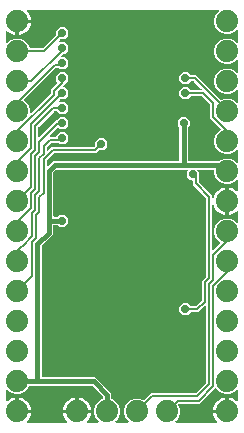
<source format=gbr>
G04 EAGLE Gerber RS-274X export*
G75*
%MOMM*%
%FSLAX34Y34*%
%LPD*%
%INBottom Copper*%
%IPPOS*%
%AMOC8*
5,1,8,0,0,1.08239X$1,22.5*%
G01*
%ADD10C,1.879600*%
%ADD11C,0.706400*%
%ADD12C,0.200000*%
%ADD13C,0.406400*%

G36*
X105340Y1917D02*
X105340Y1917D01*
X105412Y1919D01*
X105461Y1937D01*
X105512Y1945D01*
X105575Y1979D01*
X105643Y2004D01*
X105683Y2036D01*
X105730Y2061D01*
X105779Y2113D01*
X105835Y2157D01*
X105863Y2201D01*
X105899Y2239D01*
X105929Y2304D01*
X105968Y2364D01*
X105981Y2415D01*
X106003Y2462D01*
X106010Y2533D01*
X106028Y2603D01*
X106024Y2655D01*
X106030Y2706D01*
X106014Y2777D01*
X106009Y2848D01*
X105988Y2896D01*
X105977Y2947D01*
X105941Y3008D01*
X105912Y3074D01*
X105868Y3130D01*
X105851Y3158D01*
X105833Y3173D01*
X105808Y3205D01*
X103770Y5243D01*
X102107Y9257D01*
X102107Y13603D01*
X103770Y17617D01*
X106843Y20690D01*
X110857Y22353D01*
X115203Y22353D01*
X118395Y21030D01*
X118509Y21004D01*
X118622Y20975D01*
X118629Y20976D01*
X118635Y20974D01*
X118751Y20985D01*
X118868Y20994D01*
X118873Y20997D01*
X118880Y20997D01*
X118987Y21045D01*
X119094Y21091D01*
X119100Y21095D01*
X119104Y21097D01*
X119118Y21110D01*
X119225Y21195D01*
X122982Y24953D01*
X124684Y26655D01*
X162263Y26655D01*
X162353Y26669D01*
X162444Y26677D01*
X162474Y26689D01*
X162506Y26694D01*
X162586Y26737D01*
X162670Y26773D01*
X162702Y26799D01*
X162723Y26810D01*
X162745Y26833D01*
X162801Y26878D01*
X171036Y35113D01*
X171089Y35187D01*
X171149Y35256D01*
X171161Y35286D01*
X171180Y35313D01*
X171207Y35400D01*
X171241Y35484D01*
X171245Y35525D01*
X171252Y35548D01*
X171251Y35580D01*
X171259Y35651D01*
X171259Y99811D01*
X171248Y99882D01*
X171246Y99953D01*
X171228Y100002D01*
X171220Y100054D01*
X171186Y100117D01*
X171161Y100184D01*
X171129Y100225D01*
X171104Y100271D01*
X171052Y100320D01*
X171008Y100376D01*
X170964Y100405D01*
X170926Y100440D01*
X170861Y100471D01*
X170801Y100509D01*
X170750Y100522D01*
X170703Y100544D01*
X170632Y100552D01*
X170562Y100569D01*
X170510Y100565D01*
X170459Y100571D01*
X170388Y100556D01*
X170317Y100550D01*
X170269Y100530D01*
X170218Y100519D01*
X170157Y100482D01*
X170091Y100454D01*
X170035Y100409D01*
X170007Y100393D01*
X169992Y100375D01*
X169960Y100349D01*
X164876Y95265D01*
X158612Y95265D01*
X158522Y95251D01*
X158431Y95243D01*
X158401Y95231D01*
X158369Y95226D01*
X158288Y95183D01*
X158205Y95147D01*
X158172Y95121D01*
X158152Y95110D01*
X158130Y95087D01*
X158074Y95042D01*
X155765Y92733D01*
X151575Y92733D01*
X148613Y95695D01*
X148613Y99885D01*
X151575Y102847D01*
X155765Y102847D01*
X158074Y100538D01*
X158148Y100485D01*
X158217Y100425D01*
X158247Y100413D01*
X158273Y100394D01*
X158360Y100367D01*
X158445Y100333D01*
X158486Y100329D01*
X158508Y100322D01*
X158541Y100323D01*
X158612Y100315D01*
X162469Y100315D01*
X162559Y100329D01*
X162650Y100337D01*
X162680Y100349D01*
X162712Y100354D01*
X162792Y100397D01*
X162876Y100433D01*
X162908Y100459D01*
X162929Y100470D01*
X162951Y100493D01*
X163007Y100538D01*
X167512Y105043D01*
X167565Y105117D01*
X167625Y105186D01*
X167637Y105216D01*
X167656Y105243D01*
X167683Y105330D01*
X167717Y105414D01*
X167721Y105455D01*
X167728Y105478D01*
X167727Y105510D01*
X167735Y105581D01*
X167735Y121934D01*
X171036Y125235D01*
X171089Y125309D01*
X171149Y125378D01*
X171161Y125408D01*
X171180Y125434D01*
X171207Y125521D01*
X171241Y125606D01*
X171245Y125647D01*
X171252Y125669D01*
X171251Y125702D01*
X171259Y125773D01*
X171259Y191885D01*
X171245Y191975D01*
X171237Y192066D01*
X171225Y192096D01*
X171220Y192128D01*
X171177Y192208D01*
X171141Y192292D01*
X171115Y192324D01*
X171104Y192345D01*
X171081Y192367D01*
X171036Y192423D01*
X160035Y203424D01*
X160035Y206272D01*
X160032Y206292D01*
X160034Y206311D01*
X160012Y206413D01*
X159996Y206515D01*
X159986Y206532D01*
X159982Y206552D01*
X159929Y206641D01*
X159880Y206732D01*
X159866Y206746D01*
X159856Y206763D01*
X159777Y206830D01*
X159702Y206902D01*
X159684Y206910D01*
X159669Y206923D01*
X159573Y206962D01*
X159479Y207005D01*
X159459Y207007D01*
X159441Y207015D01*
X159274Y207033D01*
X157925Y207033D01*
X154963Y209995D01*
X154963Y214185D01*
X155632Y214854D01*
X155674Y214912D01*
X155724Y214964D01*
X155746Y215011D01*
X155776Y215053D01*
X155797Y215122D01*
X155827Y215187D01*
X155833Y215239D01*
X155848Y215289D01*
X155846Y215360D01*
X155854Y215431D01*
X155843Y215482D01*
X155842Y215534D01*
X155817Y215602D01*
X155802Y215672D01*
X155775Y215717D01*
X155758Y215765D01*
X155713Y215821D01*
X155676Y215883D01*
X155636Y215917D01*
X155604Y215957D01*
X155544Y215996D01*
X155489Y216043D01*
X155441Y216062D01*
X155397Y216090D01*
X155327Y216108D01*
X155261Y216135D01*
X155190Y216143D01*
X155158Y216151D01*
X155135Y216149D01*
X155094Y216153D01*
X44969Y216153D01*
X44878Y216139D01*
X44788Y216131D01*
X44758Y216119D01*
X44726Y216114D01*
X44645Y216071D01*
X44561Y216035D01*
X44529Y216009D01*
X44508Y215998D01*
X44486Y215975D01*
X44430Y215930D01*
X42260Y213760D01*
X42207Y213686D01*
X42147Y213616D01*
X42135Y213586D01*
X42116Y213560D01*
X42089Y213473D01*
X42055Y213388D01*
X42051Y213347D01*
X42044Y213325D01*
X42045Y213293D01*
X42037Y213221D01*
X42037Y177038D01*
X42040Y177018D01*
X42038Y176999D01*
X42060Y176897D01*
X42076Y176795D01*
X42086Y176778D01*
X42090Y176758D01*
X42143Y176669D01*
X42192Y176578D01*
X42206Y176564D01*
X42216Y176547D01*
X42295Y176480D01*
X42370Y176408D01*
X42388Y176400D01*
X42403Y176387D01*
X42499Y176348D01*
X42593Y176305D01*
X42613Y176303D01*
X42631Y176295D01*
X42798Y176277D01*
X45620Y176277D01*
X45710Y176291D01*
X45801Y176299D01*
X45831Y176311D01*
X45863Y176316D01*
X45944Y176359D01*
X46027Y176395D01*
X46060Y176421D01*
X46080Y176432D01*
X46102Y176455D01*
X46158Y176500D01*
X47435Y177777D01*
X51625Y177777D01*
X54587Y174815D01*
X54587Y170625D01*
X51625Y167663D01*
X47435Y167663D01*
X46158Y168940D01*
X46084Y168993D01*
X46015Y169053D01*
X45985Y169065D01*
X45959Y169084D01*
X45872Y169111D01*
X45787Y169145D01*
X45746Y169149D01*
X45724Y169156D01*
X45691Y169155D01*
X45620Y169163D01*
X42798Y169163D01*
X42778Y169160D01*
X42759Y169162D01*
X42657Y169140D01*
X42555Y169124D01*
X42538Y169114D01*
X42518Y169110D01*
X42429Y169057D01*
X42338Y169008D01*
X42324Y168994D01*
X42307Y168984D01*
X42240Y168905D01*
X42168Y168830D01*
X42160Y168812D01*
X42147Y168797D01*
X42108Y168701D01*
X42065Y168607D01*
X42063Y168587D01*
X42055Y168569D01*
X42037Y168402D01*
X42037Y161119D01*
X39730Y158813D01*
X32466Y151548D01*
X32413Y151474D01*
X32353Y151405D01*
X32341Y151375D01*
X32322Y151349D01*
X32295Y151262D01*
X32261Y151177D01*
X32257Y151136D01*
X32250Y151114D01*
X32251Y151081D01*
X32243Y151010D01*
X32243Y41148D01*
X32246Y41128D01*
X32244Y41109D01*
X32266Y41007D01*
X32282Y40905D01*
X32292Y40888D01*
X32296Y40868D01*
X32349Y40779D01*
X32398Y40688D01*
X32412Y40674D01*
X32422Y40657D01*
X32501Y40590D01*
X32576Y40518D01*
X32594Y40510D01*
X32609Y40497D01*
X32705Y40458D01*
X32799Y40415D01*
X32819Y40413D01*
X32837Y40405D01*
X33004Y40387D01*
X77673Y40387D01*
X91187Y26873D01*
X91187Y22288D01*
X91206Y22173D01*
X91223Y22057D01*
X91225Y22052D01*
X91226Y22045D01*
X91281Y21943D01*
X91334Y21838D01*
X91339Y21833D01*
X91342Y21828D01*
X91426Y21748D01*
X91510Y21666D01*
X91516Y21662D01*
X91520Y21659D01*
X91537Y21651D01*
X91657Y21585D01*
X93817Y20690D01*
X96890Y17617D01*
X98553Y13603D01*
X98553Y9257D01*
X96890Y5243D01*
X94852Y3205D01*
X94810Y3147D01*
X94761Y3095D01*
X94739Y3048D01*
X94709Y3006D01*
X94688Y2937D01*
X94657Y2872D01*
X94652Y2820D01*
X94636Y2770D01*
X94638Y2699D01*
X94630Y2628D01*
X94641Y2577D01*
X94643Y2525D01*
X94667Y2457D01*
X94683Y2387D01*
X94709Y2342D01*
X94727Y2294D01*
X94772Y2238D01*
X94809Y2176D01*
X94848Y2142D01*
X94881Y2102D01*
X94941Y2063D01*
X94996Y2016D01*
X95044Y1997D01*
X95088Y1969D01*
X95157Y1951D01*
X95224Y1924D01*
X95295Y1916D01*
X95326Y1908D01*
X95350Y1910D01*
X95391Y1906D01*
X105269Y1906D01*
X105340Y1917D01*
G37*
G36*
X37320Y219102D02*
X37320Y219102D01*
X37391Y219107D01*
X37439Y219127D01*
X37490Y219139D01*
X37551Y219175D01*
X37617Y219203D01*
X37673Y219248D01*
X37701Y219265D01*
X37716Y219283D01*
X37748Y219308D01*
X39400Y220960D01*
X41707Y223267D01*
X148082Y223267D01*
X148102Y223270D01*
X148121Y223268D01*
X148223Y223290D01*
X148325Y223306D01*
X148342Y223316D01*
X148362Y223320D01*
X148451Y223373D01*
X148542Y223422D01*
X148556Y223436D01*
X148573Y223446D01*
X148640Y223525D01*
X148712Y223600D01*
X148720Y223618D01*
X148733Y223633D01*
X148772Y223729D01*
X148815Y223823D01*
X148817Y223843D01*
X148825Y223861D01*
X148843Y224028D01*
X148843Y251360D01*
X148829Y251450D01*
X148821Y251541D01*
X148809Y251571D01*
X148804Y251603D01*
X148761Y251684D01*
X148725Y251767D01*
X148699Y251800D01*
X148688Y251820D01*
X148665Y251842D01*
X148620Y251898D01*
X147343Y253175D01*
X147343Y257365D01*
X150305Y260327D01*
X154495Y260327D01*
X157457Y257365D01*
X157457Y253175D01*
X156180Y251898D01*
X156127Y251824D01*
X156067Y251755D01*
X156055Y251725D01*
X156036Y251699D01*
X156009Y251612D01*
X155975Y251527D01*
X155971Y251486D01*
X155964Y251464D01*
X155965Y251431D01*
X155957Y251360D01*
X155957Y224028D01*
X155960Y224008D01*
X155958Y223989D01*
X155980Y223887D01*
X155996Y223785D01*
X156006Y223768D01*
X156010Y223748D01*
X156063Y223659D01*
X156112Y223568D01*
X156126Y223554D01*
X156136Y223537D01*
X156215Y223470D01*
X156290Y223398D01*
X156308Y223390D01*
X156323Y223377D01*
X156419Y223338D01*
X156513Y223295D01*
X156533Y223293D01*
X156551Y223285D01*
X156718Y223267D01*
X182104Y223267D01*
X182194Y223281D01*
X182285Y223289D01*
X182315Y223301D01*
X182347Y223306D01*
X182428Y223349D01*
X182512Y223385D01*
X182544Y223411D01*
X182564Y223422D01*
X182587Y223445D01*
X182643Y223490D01*
X183043Y223890D01*
X187057Y225553D01*
X191403Y225553D01*
X195417Y223890D01*
X197455Y221852D01*
X197513Y221810D01*
X197565Y221761D01*
X197612Y221739D01*
X197654Y221709D01*
X197723Y221688D01*
X197788Y221657D01*
X197840Y221652D01*
X197890Y221636D01*
X197961Y221638D01*
X198032Y221630D01*
X198083Y221641D01*
X198135Y221643D01*
X198203Y221667D01*
X198273Y221683D01*
X198318Y221709D01*
X198366Y221727D01*
X198422Y221772D01*
X198484Y221809D01*
X198518Y221848D01*
X198558Y221881D01*
X198597Y221941D01*
X198644Y221996D01*
X198663Y222044D01*
X198691Y222088D01*
X198709Y222157D01*
X198736Y222224D01*
X198744Y222295D01*
X198752Y222326D01*
X198750Y222350D01*
X198754Y222391D01*
X198754Y232269D01*
X198743Y232340D01*
X198741Y232412D01*
X198723Y232461D01*
X198715Y232512D01*
X198681Y232575D01*
X198656Y232643D01*
X198624Y232683D01*
X198599Y232730D01*
X198547Y232779D01*
X198503Y232835D01*
X198459Y232863D01*
X198421Y232899D01*
X198356Y232929D01*
X198296Y232968D01*
X198245Y232981D01*
X198198Y233003D01*
X198127Y233010D01*
X198057Y233028D01*
X198005Y233024D01*
X197954Y233030D01*
X197883Y233014D01*
X197812Y233009D01*
X197764Y232988D01*
X197713Y232977D01*
X197652Y232941D01*
X197586Y232912D01*
X197530Y232868D01*
X197502Y232851D01*
X197487Y232833D01*
X197455Y232808D01*
X195417Y230770D01*
X191403Y229107D01*
X187057Y229107D01*
X183043Y230770D01*
X179970Y233843D01*
X178307Y237857D01*
X178307Y242203D01*
X179970Y246217D01*
X183043Y249290D01*
X183331Y249409D01*
X183370Y249434D01*
X183413Y249449D01*
X183474Y249498D01*
X183540Y249539D01*
X183570Y249574D01*
X183605Y249603D01*
X183648Y249668D01*
X183697Y249728D01*
X183714Y249771D01*
X183738Y249810D01*
X183757Y249885D01*
X183785Y249958D01*
X183787Y250004D01*
X183799Y250048D01*
X183792Y250126D01*
X183796Y250204D01*
X183783Y250248D01*
X183779Y250294D01*
X183749Y250365D01*
X183727Y250440D01*
X183701Y250478D01*
X183683Y250520D01*
X183598Y250627D01*
X183587Y250642D01*
X183583Y250645D01*
X183578Y250651D01*
X174783Y259446D01*
X174783Y270911D01*
X174769Y271001D01*
X174761Y271092D01*
X174749Y271122D01*
X174744Y271154D01*
X174701Y271234D01*
X174665Y271318D01*
X174639Y271350D01*
X174628Y271371D01*
X174605Y271393D01*
X174560Y271449D01*
X168087Y277922D01*
X168013Y277975D01*
X167944Y278035D01*
X167914Y278047D01*
X167887Y278066D01*
X167800Y278093D01*
X167716Y278127D01*
X167675Y278131D01*
X167652Y278138D01*
X167620Y278137D01*
X167549Y278145D01*
X158612Y278145D01*
X158522Y278131D01*
X158431Y278123D01*
X158401Y278111D01*
X158369Y278106D01*
X158288Y278063D01*
X158205Y278027D01*
X158172Y278001D01*
X158152Y277990D01*
X158130Y277967D01*
X158074Y277922D01*
X155765Y275613D01*
X151575Y275613D01*
X148613Y278575D01*
X148613Y282765D01*
X151575Y285727D01*
X155765Y285727D01*
X158074Y283418D01*
X158148Y283365D01*
X158217Y283305D01*
X158247Y283293D01*
X158273Y283274D01*
X158360Y283247D01*
X158445Y283213D01*
X158486Y283209D01*
X158508Y283202D01*
X158541Y283203D01*
X158612Y283195D01*
X166977Y283195D01*
X167047Y283206D01*
X167119Y283208D01*
X167168Y283226D01*
X167219Y283234D01*
X167283Y283268D01*
X167350Y283293D01*
X167391Y283325D01*
X167437Y283350D01*
X167486Y283402D01*
X167542Y283446D01*
X167570Y283490D01*
X167606Y283528D01*
X167636Y283593D01*
X167675Y283653D01*
X167688Y283704D01*
X167710Y283751D01*
X167718Y283822D01*
X167735Y283892D01*
X167731Y283944D01*
X167737Y283995D01*
X167722Y284066D01*
X167716Y284137D01*
X167696Y284185D01*
X167685Y284236D01*
X167648Y284297D01*
X167620Y284363D01*
X167575Y284419D01*
X167558Y284447D01*
X167541Y284462D01*
X167515Y284494D01*
X161387Y290622D01*
X161313Y290675D01*
X161243Y290735D01*
X161213Y290747D01*
X161187Y290766D01*
X161100Y290793D01*
X161015Y290827D01*
X160974Y290831D01*
X160952Y290838D01*
X160920Y290837D01*
X160849Y290845D01*
X158612Y290845D01*
X158522Y290831D01*
X158431Y290823D01*
X158401Y290811D01*
X158369Y290806D01*
X158288Y290763D01*
X158205Y290727D01*
X158172Y290701D01*
X158152Y290690D01*
X158130Y290667D01*
X158074Y290622D01*
X155765Y288313D01*
X151575Y288313D01*
X148613Y291275D01*
X148613Y295465D01*
X151575Y298427D01*
X155765Y298427D01*
X158074Y296118D01*
X158148Y296065D01*
X158217Y296005D01*
X158247Y295993D01*
X158273Y295974D01*
X158360Y295947D01*
X158445Y295913D01*
X158486Y295909D01*
X158508Y295902D01*
X158541Y295903D01*
X158612Y295895D01*
X163255Y295895D01*
X183685Y275465D01*
X183780Y275397D01*
X183874Y275327D01*
X183880Y275325D01*
X183885Y275321D01*
X183996Y275287D01*
X184108Y275251D01*
X184114Y275251D01*
X184120Y275249D01*
X184237Y275252D01*
X184354Y275253D01*
X184361Y275255D01*
X184366Y275255D01*
X184384Y275262D01*
X184515Y275300D01*
X187057Y276353D01*
X191403Y276353D01*
X195417Y274690D01*
X197455Y272652D01*
X197513Y272610D01*
X197565Y272561D01*
X197612Y272539D01*
X197654Y272509D01*
X197723Y272488D01*
X197788Y272457D01*
X197840Y272452D01*
X197890Y272436D01*
X197961Y272438D01*
X198032Y272430D01*
X198083Y272441D01*
X198135Y272443D01*
X198203Y272467D01*
X198273Y272483D01*
X198318Y272509D01*
X198366Y272527D01*
X198422Y272572D01*
X198484Y272609D01*
X198518Y272648D01*
X198558Y272681D01*
X198597Y272741D01*
X198644Y272796D01*
X198663Y272844D01*
X198691Y272888D01*
X198709Y272957D01*
X198736Y273024D01*
X198744Y273095D01*
X198752Y273126D01*
X198750Y273150D01*
X198754Y273191D01*
X198754Y283069D01*
X198743Y283140D01*
X198741Y283212D01*
X198723Y283261D01*
X198715Y283312D01*
X198681Y283375D01*
X198656Y283443D01*
X198624Y283483D01*
X198599Y283530D01*
X198547Y283579D01*
X198503Y283635D01*
X198459Y283663D01*
X198421Y283699D01*
X198356Y283729D01*
X198296Y283768D01*
X198245Y283781D01*
X198198Y283803D01*
X198127Y283810D01*
X198057Y283828D01*
X198005Y283824D01*
X197954Y283830D01*
X197883Y283814D01*
X197812Y283809D01*
X197764Y283788D01*
X197713Y283777D01*
X197652Y283741D01*
X197586Y283712D01*
X197530Y283668D01*
X197502Y283651D01*
X197487Y283633D01*
X197455Y283608D01*
X195417Y281570D01*
X191403Y279907D01*
X187057Y279907D01*
X183043Y281570D01*
X179970Y284643D01*
X178307Y288657D01*
X178307Y293003D01*
X179970Y297017D01*
X183043Y300090D01*
X187057Y301753D01*
X191403Y301753D01*
X195417Y300090D01*
X197455Y298052D01*
X197513Y298010D01*
X197565Y297961D01*
X197612Y297939D01*
X197654Y297909D01*
X197723Y297888D01*
X197788Y297857D01*
X197840Y297852D01*
X197890Y297836D01*
X197961Y297838D01*
X198032Y297830D01*
X198083Y297841D01*
X198135Y297843D01*
X198203Y297867D01*
X198273Y297883D01*
X198318Y297909D01*
X198366Y297927D01*
X198422Y297972D01*
X198484Y298009D01*
X198518Y298048D01*
X198558Y298081D01*
X198597Y298141D01*
X198644Y298196D01*
X198663Y298244D01*
X198691Y298288D01*
X198709Y298357D01*
X198736Y298424D01*
X198744Y298495D01*
X198752Y298526D01*
X198750Y298550D01*
X198754Y298591D01*
X198754Y308469D01*
X198743Y308540D01*
X198741Y308612D01*
X198723Y308661D01*
X198715Y308712D01*
X198681Y308775D01*
X198656Y308843D01*
X198624Y308883D01*
X198599Y308930D01*
X198547Y308979D01*
X198503Y309035D01*
X198459Y309063D01*
X198421Y309099D01*
X198356Y309129D01*
X198296Y309168D01*
X198245Y309181D01*
X198198Y309203D01*
X198127Y309210D01*
X198057Y309228D01*
X198005Y309224D01*
X197954Y309230D01*
X197883Y309214D01*
X197812Y309209D01*
X197764Y309188D01*
X197713Y309177D01*
X197652Y309141D01*
X197586Y309112D01*
X197530Y309068D01*
X197502Y309051D01*
X197487Y309033D01*
X197455Y309008D01*
X195417Y306970D01*
X191403Y305307D01*
X187057Y305307D01*
X183043Y306970D01*
X179970Y310043D01*
X178307Y314057D01*
X178307Y318403D01*
X179970Y322417D01*
X183043Y325490D01*
X187057Y327153D01*
X191403Y327153D01*
X195417Y325490D01*
X197455Y323452D01*
X197513Y323410D01*
X197565Y323361D01*
X197612Y323339D01*
X197654Y323309D01*
X197723Y323288D01*
X197788Y323257D01*
X197840Y323252D01*
X197890Y323236D01*
X197961Y323238D01*
X198032Y323230D01*
X198083Y323241D01*
X198135Y323243D01*
X198203Y323267D01*
X198273Y323283D01*
X198318Y323309D01*
X198366Y323327D01*
X198422Y323372D01*
X198484Y323409D01*
X198518Y323448D01*
X198558Y323481D01*
X198597Y323541D01*
X198644Y323596D01*
X198663Y323644D01*
X198691Y323688D01*
X198709Y323757D01*
X198736Y323824D01*
X198744Y323895D01*
X198752Y323926D01*
X198750Y323950D01*
X198754Y323991D01*
X198754Y333869D01*
X198743Y333940D01*
X198741Y334012D01*
X198723Y334061D01*
X198715Y334112D01*
X198681Y334175D01*
X198656Y334243D01*
X198624Y334283D01*
X198599Y334330D01*
X198547Y334379D01*
X198503Y334435D01*
X198459Y334463D01*
X198421Y334499D01*
X198356Y334529D01*
X198296Y334568D01*
X198245Y334581D01*
X198198Y334603D01*
X198127Y334610D01*
X198057Y334628D01*
X198005Y334624D01*
X197954Y334630D01*
X197883Y334614D01*
X197812Y334609D01*
X197764Y334588D01*
X197713Y334577D01*
X197652Y334541D01*
X197586Y334512D01*
X197530Y334468D01*
X197502Y334451D01*
X197487Y334433D01*
X197455Y334408D01*
X195417Y332370D01*
X191403Y330707D01*
X187057Y330707D01*
X183043Y332370D01*
X179970Y335443D01*
X178307Y339457D01*
X178307Y343803D01*
X179970Y347817D01*
X182008Y349855D01*
X182050Y349913D01*
X182099Y349965D01*
X182121Y350012D01*
X182151Y350054D01*
X182172Y350123D01*
X182203Y350188D01*
X182208Y350240D01*
X182224Y350290D01*
X182222Y350361D01*
X182230Y350432D01*
X182219Y350483D01*
X182217Y350535D01*
X182193Y350603D01*
X182177Y350673D01*
X182151Y350718D01*
X182133Y350766D01*
X182088Y350822D01*
X182051Y350884D01*
X182012Y350918D01*
X181979Y350958D01*
X181919Y350997D01*
X181864Y351044D01*
X181816Y351063D01*
X181772Y351091D01*
X181703Y351109D01*
X181636Y351136D01*
X181565Y351144D01*
X181534Y351152D01*
X181510Y351150D01*
X181469Y351154D01*
X20627Y351154D01*
X20557Y351143D01*
X20485Y351141D01*
X20436Y351123D01*
X20385Y351115D01*
X20321Y351081D01*
X20254Y351056D01*
X20213Y351024D01*
X20167Y350999D01*
X20118Y350947D01*
X20062Y350903D01*
X20034Y350859D01*
X19998Y350821D01*
X19968Y350756D01*
X19929Y350696D01*
X19916Y350645D01*
X19894Y350598D01*
X19886Y350527D01*
X19869Y350457D01*
X19873Y350405D01*
X19867Y350354D01*
X19882Y350283D01*
X19888Y350212D01*
X19908Y350164D01*
X19919Y350113D01*
X19956Y350052D01*
X19984Y349986D01*
X20029Y349930D01*
X20046Y349902D01*
X20063Y349887D01*
X20089Y349855D01*
X20536Y349408D01*
X21641Y347887D01*
X22494Y346213D01*
X23075Y344426D01*
X23276Y343153D01*
X12192Y343153D01*
X12172Y343150D01*
X12153Y343152D01*
X12051Y343130D01*
X11949Y343113D01*
X11932Y343104D01*
X11912Y343100D01*
X11823Y343047D01*
X11732Y342998D01*
X11718Y342984D01*
X11701Y342974D01*
X11634Y342895D01*
X11563Y342820D01*
X11554Y342802D01*
X11541Y342787D01*
X11503Y342691D01*
X11459Y342597D01*
X11457Y342577D01*
X11449Y342559D01*
X11431Y342392D01*
X11431Y341629D01*
X10668Y341629D01*
X10648Y341626D01*
X10629Y341628D01*
X10527Y341606D01*
X10425Y341589D01*
X10408Y341580D01*
X10388Y341576D01*
X10299Y341523D01*
X10208Y341474D01*
X10194Y341460D01*
X10177Y341450D01*
X10110Y341371D01*
X10039Y341296D01*
X10030Y341278D01*
X10017Y341263D01*
X9978Y341167D01*
X9935Y341073D01*
X9933Y341053D01*
X9925Y341035D01*
X9907Y340868D01*
X9907Y329784D01*
X8634Y329985D01*
X6847Y330566D01*
X5173Y331419D01*
X3652Y332524D01*
X3205Y332971D01*
X3147Y333013D01*
X3095Y333062D01*
X3048Y333084D01*
X3006Y333114D01*
X2937Y333135D01*
X2872Y333166D01*
X2820Y333171D01*
X2770Y333187D01*
X2699Y333185D01*
X2628Y333193D01*
X2577Y333182D01*
X2525Y333180D01*
X2457Y333156D01*
X2387Y333141D01*
X2342Y333114D01*
X2294Y333096D01*
X2238Y333051D01*
X2176Y333014D01*
X2142Y332975D01*
X2102Y332942D01*
X2063Y332882D01*
X2016Y332827D01*
X1997Y332779D01*
X1969Y332735D01*
X1951Y332666D01*
X1924Y332599D01*
X1916Y332528D01*
X1908Y332497D01*
X1910Y332473D01*
X1906Y332433D01*
X1906Y323991D01*
X1917Y323920D01*
X1919Y323848D01*
X1937Y323799D01*
X1945Y323748D01*
X1979Y323685D01*
X2004Y323617D01*
X2036Y323577D01*
X2061Y323530D01*
X2113Y323481D01*
X2157Y323425D01*
X2201Y323397D01*
X2239Y323361D01*
X2304Y323331D01*
X2364Y323292D01*
X2415Y323279D01*
X2462Y323257D01*
X2533Y323250D01*
X2603Y323232D01*
X2655Y323236D01*
X2706Y323230D01*
X2777Y323246D01*
X2848Y323251D01*
X2896Y323272D01*
X2947Y323283D01*
X3008Y323319D01*
X3074Y323348D01*
X3130Y323392D01*
X3158Y323409D01*
X3173Y323427D01*
X3205Y323452D01*
X5243Y325490D01*
X9257Y327153D01*
X13603Y327153D01*
X17617Y325490D01*
X20690Y322417D01*
X22012Y319225D01*
X22074Y319125D01*
X22134Y319025D01*
X22139Y319021D01*
X22142Y319016D01*
X22232Y318941D01*
X22321Y318865D01*
X22327Y318863D01*
X22331Y318859D01*
X22440Y318817D01*
X22549Y318773D01*
X22556Y318772D01*
X22561Y318771D01*
X22579Y318770D01*
X22716Y318755D01*
X32929Y318755D01*
X33019Y318769D01*
X33110Y318777D01*
X33140Y318789D01*
X33172Y318794D01*
X33252Y318837D01*
X33336Y318873D01*
X33368Y318899D01*
X33389Y318910D01*
X33411Y318933D01*
X33467Y318978D01*
X44250Y329761D01*
X44303Y329835D01*
X44363Y329904D01*
X44375Y329934D01*
X44394Y329961D01*
X44421Y330048D01*
X44455Y330132D01*
X44459Y330173D01*
X44466Y330196D01*
X44465Y330228D01*
X44473Y330299D01*
X44473Y333565D01*
X47435Y336527D01*
X51625Y336527D01*
X54587Y333565D01*
X54587Y329375D01*
X51625Y326413D01*
X48359Y326413D01*
X48269Y326399D01*
X48178Y326391D01*
X48148Y326379D01*
X48116Y326374D01*
X48036Y326331D01*
X47952Y326295D01*
X47920Y326269D01*
X47899Y326258D01*
X47877Y326235D01*
X47821Y326190D01*
X46757Y325126D01*
X46715Y325068D01*
X46666Y325016D01*
X46644Y324969D01*
X46613Y324927D01*
X46592Y324858D01*
X46562Y324793D01*
X46556Y324741D01*
X46541Y324691D01*
X46543Y324620D01*
X46535Y324549D01*
X46546Y324498D01*
X46547Y324446D01*
X46572Y324378D01*
X46587Y324308D01*
X46614Y324263D01*
X46632Y324215D01*
X46677Y324159D01*
X46713Y324097D01*
X46753Y324063D01*
X46785Y324023D01*
X46846Y323984D01*
X46900Y323937D01*
X46949Y323918D01*
X46992Y323890D01*
X47062Y323872D01*
X47128Y323845D01*
X47200Y323837D01*
X47231Y323829D01*
X47254Y323831D01*
X47295Y323827D01*
X51625Y323827D01*
X54587Y320865D01*
X54587Y316675D01*
X51625Y313713D01*
X50201Y313713D01*
X50111Y313699D01*
X50020Y313691D01*
X49990Y313679D01*
X49958Y313674D01*
X49878Y313631D01*
X49794Y313595D01*
X49762Y313569D01*
X49741Y313558D01*
X49719Y313535D01*
X49663Y313490D01*
X48599Y312426D01*
X48557Y312368D01*
X48508Y312316D01*
X48486Y312269D01*
X48455Y312227D01*
X48434Y312158D01*
X48404Y312093D01*
X48398Y312041D01*
X48383Y311991D01*
X48385Y311920D01*
X48377Y311849D01*
X48388Y311798D01*
X48389Y311746D01*
X48414Y311678D01*
X48429Y311608D01*
X48456Y311563D01*
X48474Y311515D01*
X48519Y311459D01*
X48555Y311397D01*
X48595Y311363D01*
X48627Y311323D01*
X48688Y311284D01*
X48742Y311237D01*
X48791Y311218D01*
X48834Y311190D01*
X48904Y311172D01*
X48970Y311145D01*
X49042Y311137D01*
X49073Y311129D01*
X49096Y311131D01*
X49137Y311127D01*
X51625Y311127D01*
X54587Y308165D01*
X54587Y303975D01*
X51625Y301013D01*
X47435Y301013D01*
X46396Y302052D01*
X46322Y302105D01*
X46253Y302165D01*
X46223Y302177D01*
X46197Y302196D01*
X46110Y302223D01*
X46025Y302257D01*
X45984Y302261D01*
X45962Y302268D01*
X45929Y302267D01*
X45858Y302275D01*
X44541Y302275D01*
X44451Y302261D01*
X44360Y302253D01*
X44330Y302241D01*
X44298Y302236D01*
X44218Y302193D01*
X44134Y302157D01*
X44102Y302131D01*
X44081Y302120D01*
X44059Y302097D01*
X44003Y302052D01*
X17667Y275717D01*
X17655Y275700D01*
X17640Y275688D01*
X17610Y275641D01*
X17592Y275623D01*
X17578Y275593D01*
X17524Y275517D01*
X17518Y275498D01*
X17507Y275481D01*
X17482Y275380D01*
X17451Y275282D01*
X17452Y275262D01*
X17447Y275242D01*
X17455Y275140D01*
X17458Y275036D01*
X17464Y275017D01*
X17466Y274997D01*
X17506Y274902D01*
X17542Y274805D01*
X17554Y274789D01*
X17562Y274771D01*
X17667Y274640D01*
X20690Y271617D01*
X22353Y267603D01*
X22353Y264901D01*
X22364Y264830D01*
X22366Y264758D01*
X22384Y264709D01*
X22392Y264658D01*
X22426Y264595D01*
X22451Y264527D01*
X22483Y264487D01*
X22508Y264441D01*
X22560Y264391D01*
X22604Y264335D01*
X22648Y264307D01*
X22686Y264271D01*
X22751Y264241D01*
X22811Y264202D01*
X22862Y264190D01*
X22909Y264168D01*
X22980Y264160D01*
X23050Y264142D01*
X23102Y264146D01*
X23153Y264141D01*
X23224Y264156D01*
X23295Y264161D01*
X23343Y264182D01*
X23394Y264193D01*
X23455Y264230D01*
X23521Y264258D01*
X23577Y264302D01*
X23605Y264319D01*
X23620Y264337D01*
X23652Y264362D01*
X39654Y280365D01*
X39707Y280438D01*
X39767Y280508D01*
X39779Y280538D01*
X39798Y280564D01*
X39825Y280651D01*
X39859Y280736D01*
X39863Y280777D01*
X39870Y280799D01*
X39869Y280832D01*
X39877Y280903D01*
X39877Y283574D01*
X45488Y289184D01*
X45499Y289201D01*
X45515Y289213D01*
X45571Y289300D01*
X45631Y289384D01*
X45637Y289403D01*
X45648Y289420D01*
X45673Y289520D01*
X45704Y289619D01*
X45703Y289639D01*
X45708Y289659D01*
X45700Y289761D01*
X45697Y289865D01*
X45690Y289884D01*
X45689Y289904D01*
X45648Y289999D01*
X45613Y290096D01*
X45600Y290112D01*
X45593Y290130D01*
X45488Y290261D01*
X44473Y291275D01*
X44473Y295465D01*
X47435Y298427D01*
X51625Y298427D01*
X54587Y295465D01*
X54587Y291275D01*
X52278Y288966D01*
X52225Y288892D01*
X52165Y288823D01*
X52153Y288793D01*
X52134Y288767D01*
X52107Y288680D01*
X52096Y288652D01*
X50471Y287026D01*
X50429Y286968D01*
X50379Y286916D01*
X50357Y286869D01*
X50327Y286827D01*
X50306Y286758D01*
X50276Y286693D01*
X50270Y286641D01*
X50255Y286591D01*
X50256Y286520D01*
X50249Y286449D01*
X50260Y286398D01*
X50261Y286346D01*
X50286Y286278D01*
X50301Y286208D01*
X50328Y286163D01*
X50345Y286115D01*
X50390Y286059D01*
X50427Y285997D01*
X50467Y285963D01*
X50499Y285923D01*
X50559Y285884D01*
X50614Y285837D01*
X50662Y285818D01*
X50706Y285790D01*
X50776Y285772D01*
X50842Y285745D01*
X50913Y285737D01*
X50945Y285729D01*
X50968Y285731D01*
X51009Y285727D01*
X51625Y285727D01*
X54587Y282765D01*
X54587Y278575D01*
X51625Y275613D01*
X48359Y275613D01*
X48269Y275599D01*
X48178Y275591D01*
X48148Y275579D01*
X48116Y275574D01*
X48036Y275531D01*
X47952Y275495D01*
X47920Y275469D01*
X47899Y275458D01*
X47877Y275435D01*
X47821Y275390D01*
X46757Y274326D01*
X46715Y274268D01*
X46666Y274216D01*
X46644Y274169D01*
X46613Y274127D01*
X46592Y274058D01*
X46562Y273993D01*
X46556Y273941D01*
X46541Y273891D01*
X46543Y273820D01*
X46535Y273749D01*
X46546Y273698D01*
X46547Y273646D01*
X46572Y273578D01*
X46587Y273508D01*
X46614Y273463D01*
X46632Y273415D01*
X46677Y273359D01*
X46713Y273297D01*
X46753Y273263D01*
X46785Y273223D01*
X46846Y273184D01*
X46900Y273137D01*
X46949Y273118D01*
X46992Y273090D01*
X47062Y273072D01*
X47128Y273045D01*
X47200Y273037D01*
X47231Y273029D01*
X47254Y273031D01*
X47295Y273027D01*
X51625Y273027D01*
X54587Y270065D01*
X54587Y265875D01*
X51625Y262913D01*
X47435Y262913D01*
X45126Y265222D01*
X45052Y265275D01*
X44983Y265335D01*
X44953Y265347D01*
X44927Y265366D01*
X44840Y265393D01*
X44755Y265427D01*
X44714Y265431D01*
X44692Y265438D01*
X44659Y265437D01*
X44588Y265445D01*
X43271Y265445D01*
X43181Y265431D01*
X43090Y265423D01*
X43060Y265411D01*
X43028Y265406D01*
X42948Y265363D01*
X42864Y265327D01*
X42832Y265301D01*
X42811Y265290D01*
X42789Y265267D01*
X42733Y265222D01*
X29624Y252113D01*
X29579Y252050D01*
X29553Y252024D01*
X29549Y252013D01*
X29511Y251970D01*
X29499Y251940D01*
X29480Y251913D01*
X29453Y251826D01*
X29419Y251742D01*
X29415Y251701D01*
X29408Y251678D01*
X29409Y251646D01*
X29401Y251575D01*
X29401Y244359D01*
X29412Y244288D01*
X29414Y244217D01*
X29432Y244168D01*
X29440Y244116D01*
X29474Y244053D01*
X29499Y243986D01*
X29531Y243945D01*
X29556Y243899D01*
X29608Y243850D01*
X29652Y243794D01*
X29696Y243765D01*
X29734Y243730D01*
X29799Y243699D01*
X29859Y243661D01*
X29910Y243648D01*
X29957Y243626D01*
X30028Y243618D01*
X30098Y243601D01*
X30150Y243605D01*
X30201Y243599D01*
X30272Y243614D01*
X30343Y243620D01*
X30391Y243640D01*
X30442Y243651D01*
X30503Y243688D01*
X30569Y243716D01*
X30625Y243761D01*
X30653Y243777D01*
X30668Y243795D01*
X30700Y243821D01*
X44690Y257810D01*
X44769Y257817D01*
X44799Y257829D01*
X44831Y257834D01*
X44912Y257877D01*
X44995Y257913D01*
X45028Y257939D01*
X45048Y257950D01*
X45070Y257973D01*
X45126Y258018D01*
X47435Y260327D01*
X51625Y260327D01*
X54587Y257365D01*
X54587Y253175D01*
X51625Y250213D01*
X47435Y250213D01*
X46373Y251276D01*
X46357Y251287D01*
X46344Y251303D01*
X46257Y251359D01*
X46173Y251419D01*
X46154Y251425D01*
X46137Y251436D01*
X46037Y251461D01*
X45938Y251492D01*
X45918Y251491D01*
X45899Y251496D01*
X45796Y251488D01*
X45692Y251485D01*
X45673Y251478D01*
X45654Y251477D01*
X45559Y251437D01*
X45461Y251401D01*
X45446Y251388D01*
X45427Y251381D01*
X45296Y251276D01*
X39145Y245124D01*
X39103Y245066D01*
X39054Y245014D01*
X39032Y244967D01*
X39001Y244925D01*
X38980Y244856D01*
X38950Y244791D01*
X38944Y244739D01*
X38929Y244689D01*
X38931Y244618D01*
X38923Y244547D01*
X38934Y244496D01*
X38935Y244444D01*
X38960Y244376D01*
X38975Y244306D01*
X39002Y244262D01*
X39020Y244213D01*
X39065Y244157D01*
X39101Y244095D01*
X39141Y244061D01*
X39173Y244021D01*
X39234Y243982D01*
X39288Y243935D01*
X39337Y243916D01*
X39380Y243888D01*
X39450Y243870D01*
X39516Y243843D01*
X39588Y243835D01*
X39619Y243827D01*
X39642Y243829D01*
X39683Y243825D01*
X43712Y243825D01*
X43732Y243828D01*
X43751Y243826D01*
X43853Y243848D01*
X43955Y243864D01*
X43972Y243874D01*
X43992Y243878D01*
X44081Y243931D01*
X44172Y243980D01*
X44186Y243994D01*
X44203Y244004D01*
X44270Y244083D01*
X44342Y244158D01*
X44350Y244176D01*
X44363Y244191D01*
X44402Y244287D01*
X44445Y244381D01*
X44447Y244401D01*
X44455Y244419D01*
X44473Y244586D01*
X44473Y244665D01*
X47435Y247627D01*
X51625Y247627D01*
X54587Y244665D01*
X54587Y240475D01*
X51625Y237513D01*
X47435Y237513D01*
X46396Y238552D01*
X46322Y238605D01*
X46253Y238665D01*
X46223Y238677D01*
X46197Y238696D01*
X46110Y238723D01*
X46025Y238757D01*
X45984Y238761D01*
X45962Y238768D01*
X45929Y238767D01*
X45858Y238775D01*
X40442Y238775D01*
X40352Y238761D01*
X40261Y238753D01*
X40232Y238741D01*
X40200Y238736D01*
X40119Y238693D01*
X40035Y238657D01*
X40003Y238631D01*
X39982Y238620D01*
X39960Y238597D01*
X39904Y238552D01*
X36672Y235320D01*
X36619Y235246D01*
X36559Y235177D01*
X36547Y235146D01*
X36528Y235120D01*
X36501Y235033D01*
X36467Y234948D01*
X36463Y234907D01*
X36456Y234885D01*
X36457Y234853D01*
X36449Y234782D01*
X36449Y232742D01*
X36460Y232671D01*
X36462Y232600D01*
X36480Y232551D01*
X36488Y232499D01*
X36522Y232436D01*
X36547Y232369D01*
X36579Y232328D01*
X36604Y232282D01*
X36656Y232233D01*
X36700Y232177D01*
X36744Y232148D01*
X36782Y232113D01*
X36847Y232082D01*
X36907Y232044D01*
X36958Y232031D01*
X37005Y232009D01*
X37076Y232001D01*
X37146Y231984D01*
X37198Y231988D01*
X37249Y231982D01*
X37320Y231997D01*
X37391Y232003D01*
X37439Y232023D01*
X37490Y232034D01*
X37551Y232071D01*
X37617Y232099D01*
X37673Y232144D01*
X37701Y232160D01*
X37716Y232178D01*
X37748Y232204D01*
X38777Y233233D01*
X40479Y234935D01*
X76109Y234935D01*
X76199Y234949D01*
X76290Y234957D01*
X76320Y234969D01*
X76352Y234974D01*
X76432Y235017D01*
X76516Y235053D01*
X76548Y235079D01*
X76569Y235090D01*
X76591Y235113D01*
X76647Y235158D01*
X77270Y235781D01*
X77323Y235855D01*
X77383Y235924D01*
X77395Y235954D01*
X77414Y235981D01*
X77441Y236068D01*
X77475Y236152D01*
X77479Y236193D01*
X77486Y236216D01*
X77485Y236248D01*
X77493Y236319D01*
X77493Y239585D01*
X80455Y242547D01*
X84645Y242547D01*
X87607Y239585D01*
X87607Y235395D01*
X84645Y232433D01*
X81379Y232433D01*
X81289Y232419D01*
X81198Y232411D01*
X81168Y232399D01*
X81136Y232394D01*
X81056Y232351D01*
X80972Y232315D01*
X80940Y232289D01*
X80919Y232278D01*
X80897Y232255D01*
X80841Y232210D01*
X78516Y229885D01*
X42886Y229885D01*
X42796Y229871D01*
X42705Y229863D01*
X42675Y229851D01*
X42643Y229846D01*
X42563Y229803D01*
X42479Y229767D01*
X42447Y229741D01*
X42426Y229730D01*
X42404Y229707D01*
X42348Y229662D01*
X36672Y223986D01*
X36619Y223912D01*
X36559Y223843D01*
X36547Y223813D01*
X36528Y223786D01*
X36501Y223699D01*
X36467Y223615D01*
X36463Y223574D01*
X36456Y223551D01*
X36457Y223519D01*
X36449Y223448D01*
X36449Y219847D01*
X36460Y219776D01*
X36462Y219704D01*
X36480Y219655D01*
X36488Y219604D01*
X36522Y219540D01*
X36547Y219473D01*
X36579Y219432D01*
X36604Y219386D01*
X36656Y219337D01*
X36700Y219281D01*
X36744Y219253D01*
X36782Y219217D01*
X36847Y219187D01*
X36907Y219148D01*
X36958Y219135D01*
X37005Y219113D01*
X37076Y219105D01*
X37146Y219088D01*
X37198Y219092D01*
X37249Y219086D01*
X37320Y219102D01*
G37*
G36*
X53103Y1917D02*
X53103Y1917D01*
X53175Y1919D01*
X53224Y1937D01*
X53275Y1945D01*
X53339Y1979D01*
X53406Y2004D01*
X53447Y2036D01*
X53493Y2061D01*
X53542Y2113D01*
X53598Y2157D01*
X53626Y2201D01*
X53662Y2239D01*
X53692Y2304D01*
X53731Y2364D01*
X53744Y2415D01*
X53766Y2462D01*
X53774Y2533D01*
X53791Y2603D01*
X53787Y2655D01*
X53793Y2706D01*
X53778Y2777D01*
X53772Y2848D01*
X53752Y2896D01*
X53741Y2947D01*
X53704Y3008D01*
X53676Y3074D01*
X53631Y3130D01*
X53614Y3158D01*
X53597Y3173D01*
X53571Y3205D01*
X53124Y3652D01*
X52019Y5173D01*
X51166Y6847D01*
X50585Y8634D01*
X50384Y9907D01*
X61468Y9907D01*
X61488Y9910D01*
X61507Y9908D01*
X61609Y9930D01*
X61711Y9947D01*
X61728Y9956D01*
X61748Y9960D01*
X61837Y10013D01*
X61928Y10062D01*
X61942Y10076D01*
X61959Y10086D01*
X62026Y10165D01*
X62097Y10240D01*
X62106Y10258D01*
X62119Y10273D01*
X62157Y10369D01*
X62201Y10463D01*
X62203Y10483D01*
X62211Y10501D01*
X62229Y10668D01*
X62229Y11431D01*
X62231Y11431D01*
X62231Y10668D01*
X62234Y10648D01*
X62232Y10629D01*
X62254Y10527D01*
X62271Y10425D01*
X62280Y10408D01*
X62284Y10388D01*
X62337Y10299D01*
X62386Y10208D01*
X62400Y10194D01*
X62410Y10177D01*
X62489Y10110D01*
X62564Y10039D01*
X62582Y10030D01*
X62597Y10017D01*
X62693Y9978D01*
X62787Y9935D01*
X62807Y9933D01*
X62825Y9925D01*
X62992Y9907D01*
X74076Y9907D01*
X73875Y8634D01*
X73294Y6847D01*
X72441Y5173D01*
X71336Y3652D01*
X70889Y3205D01*
X70847Y3147D01*
X70798Y3095D01*
X70776Y3048D01*
X70746Y3006D01*
X70725Y2937D01*
X70694Y2872D01*
X70689Y2820D01*
X70673Y2770D01*
X70675Y2699D01*
X70667Y2628D01*
X70678Y2577D01*
X70680Y2525D01*
X70704Y2457D01*
X70719Y2387D01*
X70746Y2342D01*
X70764Y2294D01*
X70809Y2238D01*
X70846Y2176D01*
X70885Y2142D01*
X70918Y2102D01*
X70978Y2063D01*
X71033Y2016D01*
X71081Y1997D01*
X71125Y1969D01*
X71194Y1951D01*
X71261Y1924D01*
X71332Y1916D01*
X71363Y1908D01*
X71387Y1910D01*
X71427Y1906D01*
X79869Y1906D01*
X79940Y1917D01*
X80012Y1919D01*
X80061Y1937D01*
X80112Y1945D01*
X80175Y1979D01*
X80243Y2004D01*
X80283Y2036D01*
X80330Y2061D01*
X80379Y2113D01*
X80435Y2157D01*
X80463Y2201D01*
X80499Y2239D01*
X80529Y2304D01*
X80568Y2364D01*
X80581Y2415D01*
X80603Y2462D01*
X80610Y2533D01*
X80628Y2603D01*
X80624Y2655D01*
X80630Y2706D01*
X80614Y2777D01*
X80609Y2848D01*
X80588Y2896D01*
X80577Y2947D01*
X80541Y3008D01*
X80512Y3074D01*
X80468Y3130D01*
X80451Y3158D01*
X80433Y3173D01*
X80408Y3205D01*
X78370Y5243D01*
X76707Y9257D01*
X76707Y13603D01*
X78370Y17617D01*
X81443Y20690D01*
X83603Y21585D01*
X83703Y21646D01*
X83803Y21706D01*
X83807Y21711D01*
X83812Y21714D01*
X83887Y21804D01*
X83963Y21893D01*
X83965Y21899D01*
X83969Y21904D01*
X84011Y22012D01*
X84055Y22121D01*
X84056Y22129D01*
X84057Y22133D01*
X84058Y22152D01*
X84073Y22288D01*
X84073Y23611D01*
X84059Y23702D01*
X84051Y23792D01*
X84039Y23822D01*
X84034Y23854D01*
X83991Y23935D01*
X83955Y24019D01*
X83929Y24051D01*
X83918Y24072D01*
X83895Y24094D01*
X83850Y24150D01*
X74950Y33050D01*
X74876Y33103D01*
X74806Y33163D01*
X74776Y33175D01*
X74750Y33194D01*
X74663Y33221D01*
X74578Y33255D01*
X74537Y33259D01*
X74515Y33266D01*
X74483Y33265D01*
X74411Y33273D01*
X22288Y33273D01*
X22173Y33254D01*
X22057Y33237D01*
X22052Y33235D01*
X22045Y33234D01*
X21943Y33179D01*
X21838Y33126D01*
X21833Y33121D01*
X21828Y33118D01*
X21748Y33034D01*
X21666Y32950D01*
X21662Y32944D01*
X21659Y32940D01*
X21651Y32923D01*
X21585Y32803D01*
X20690Y30643D01*
X17617Y27570D01*
X13603Y25907D01*
X9257Y25907D01*
X5243Y27570D01*
X3205Y29608D01*
X3147Y29650D01*
X3095Y29699D01*
X3048Y29721D01*
X3006Y29751D01*
X2937Y29772D01*
X2872Y29803D01*
X2820Y29808D01*
X2770Y29824D01*
X2699Y29822D01*
X2628Y29830D01*
X2577Y29819D01*
X2525Y29817D01*
X2457Y29793D01*
X2387Y29777D01*
X2342Y29751D01*
X2294Y29733D01*
X2238Y29688D01*
X2176Y29651D01*
X2142Y29612D01*
X2102Y29579D01*
X2063Y29519D01*
X2016Y29464D01*
X1997Y29416D01*
X1969Y29372D01*
X1951Y29303D01*
X1924Y29236D01*
X1916Y29165D01*
X1908Y29134D01*
X1910Y29110D01*
X1906Y29069D01*
X1906Y20627D01*
X1917Y20557D01*
X1919Y20485D01*
X1937Y20436D01*
X1945Y20385D01*
X1979Y20321D01*
X2004Y20254D01*
X2036Y20213D01*
X2061Y20167D01*
X2113Y20118D01*
X2157Y20062D01*
X2201Y20034D01*
X2239Y19998D01*
X2304Y19968D01*
X2364Y19929D01*
X2415Y19916D01*
X2462Y19894D01*
X2533Y19886D01*
X2603Y19869D01*
X2655Y19873D01*
X2706Y19867D01*
X2777Y19882D01*
X2848Y19888D01*
X2896Y19908D01*
X2947Y19919D01*
X3008Y19956D01*
X3074Y19984D01*
X3130Y20029D01*
X3158Y20046D01*
X3173Y20063D01*
X3205Y20089D01*
X3652Y20536D01*
X5173Y21641D01*
X6847Y22494D01*
X8634Y23075D01*
X9907Y23276D01*
X9907Y12192D01*
X9910Y12172D01*
X9908Y12153D01*
X9930Y12051D01*
X9947Y11949D01*
X9956Y11932D01*
X9960Y11912D01*
X10013Y11823D01*
X10062Y11732D01*
X10076Y11718D01*
X10086Y11701D01*
X10165Y11634D01*
X10240Y11563D01*
X10258Y11554D01*
X10273Y11541D01*
X10369Y11503D01*
X10463Y11459D01*
X10483Y11457D01*
X10501Y11449D01*
X10668Y11431D01*
X11431Y11431D01*
X11431Y10668D01*
X11434Y10648D01*
X11432Y10629D01*
X11454Y10527D01*
X11471Y10425D01*
X11480Y10408D01*
X11484Y10388D01*
X11537Y10299D01*
X11586Y10208D01*
X11600Y10194D01*
X11610Y10177D01*
X11689Y10110D01*
X11764Y10039D01*
X11782Y10030D01*
X11797Y10017D01*
X11893Y9978D01*
X11987Y9935D01*
X12007Y9933D01*
X12025Y9925D01*
X12192Y9907D01*
X23276Y9907D01*
X23075Y8634D01*
X22494Y6847D01*
X21641Y5173D01*
X20536Y3652D01*
X20089Y3205D01*
X20047Y3147D01*
X19998Y3095D01*
X19976Y3048D01*
X19946Y3006D01*
X19925Y2937D01*
X19894Y2872D01*
X19889Y2820D01*
X19873Y2770D01*
X19875Y2699D01*
X19867Y2628D01*
X19878Y2577D01*
X19880Y2525D01*
X19904Y2457D01*
X19919Y2387D01*
X19946Y2342D01*
X19964Y2294D01*
X20009Y2238D01*
X20046Y2176D01*
X20085Y2142D01*
X20118Y2102D01*
X20178Y2063D01*
X20233Y2016D01*
X20281Y1997D01*
X20325Y1969D01*
X20394Y1951D01*
X20461Y1924D01*
X20532Y1916D01*
X20563Y1908D01*
X20587Y1910D01*
X20627Y1906D01*
X53033Y1906D01*
X53103Y1917D01*
G37*
G36*
X180103Y1917D02*
X180103Y1917D01*
X180175Y1919D01*
X180224Y1937D01*
X180275Y1945D01*
X180339Y1979D01*
X180406Y2004D01*
X180447Y2036D01*
X180493Y2061D01*
X180542Y2113D01*
X180598Y2157D01*
X180626Y2201D01*
X180662Y2239D01*
X180692Y2304D01*
X180731Y2364D01*
X180744Y2415D01*
X180766Y2462D01*
X180774Y2533D01*
X180791Y2603D01*
X180787Y2655D01*
X180793Y2706D01*
X180778Y2777D01*
X180772Y2848D01*
X180752Y2896D01*
X180741Y2947D01*
X180704Y3008D01*
X180676Y3074D01*
X180631Y3130D01*
X180614Y3158D01*
X180597Y3173D01*
X180571Y3205D01*
X180124Y3652D01*
X179019Y5173D01*
X178166Y6847D01*
X177585Y8634D01*
X177384Y9907D01*
X188468Y9907D01*
X188488Y9910D01*
X188507Y9908D01*
X188609Y9930D01*
X188711Y9947D01*
X188728Y9956D01*
X188748Y9960D01*
X188837Y10013D01*
X188928Y10062D01*
X188942Y10076D01*
X188959Y10086D01*
X189026Y10165D01*
X189097Y10240D01*
X189106Y10258D01*
X189119Y10273D01*
X189157Y10369D01*
X189201Y10463D01*
X189203Y10483D01*
X189211Y10501D01*
X189229Y10668D01*
X189229Y11431D01*
X189992Y11431D01*
X190012Y11434D01*
X190031Y11432D01*
X190133Y11454D01*
X190235Y11471D01*
X190252Y11480D01*
X190272Y11484D01*
X190361Y11537D01*
X190452Y11586D01*
X190466Y11600D01*
X190483Y11610D01*
X190550Y11689D01*
X190621Y11764D01*
X190630Y11782D01*
X190643Y11797D01*
X190682Y11893D01*
X190725Y11987D01*
X190727Y12007D01*
X190735Y12025D01*
X190753Y12192D01*
X190753Y23276D01*
X192026Y23075D01*
X193813Y22494D01*
X195487Y21641D01*
X197008Y20536D01*
X197455Y20089D01*
X197513Y20047D01*
X197565Y19998D01*
X197612Y19976D01*
X197654Y19946D01*
X197723Y19925D01*
X197788Y19894D01*
X197840Y19889D01*
X197890Y19873D01*
X197961Y19875D01*
X198032Y19867D01*
X198083Y19878D01*
X198135Y19880D01*
X198203Y19904D01*
X198273Y19919D01*
X198318Y19946D01*
X198366Y19964D01*
X198422Y20009D01*
X198484Y20046D01*
X198518Y20085D01*
X198558Y20118D01*
X198597Y20178D01*
X198644Y20233D01*
X198663Y20281D01*
X198691Y20325D01*
X198709Y20394D01*
X198736Y20461D01*
X198744Y20532D01*
X198752Y20563D01*
X198750Y20587D01*
X198754Y20627D01*
X198754Y29069D01*
X198743Y29140D01*
X198741Y29212D01*
X198723Y29261D01*
X198715Y29312D01*
X198681Y29375D01*
X198656Y29443D01*
X198624Y29483D01*
X198599Y29530D01*
X198547Y29579D01*
X198503Y29635D01*
X198459Y29663D01*
X198421Y29699D01*
X198356Y29729D01*
X198296Y29768D01*
X198245Y29781D01*
X198198Y29803D01*
X198127Y29810D01*
X198057Y29828D01*
X198005Y29824D01*
X197954Y29830D01*
X197883Y29814D01*
X197812Y29809D01*
X197764Y29788D01*
X197713Y29777D01*
X197652Y29741D01*
X197586Y29712D01*
X197530Y29668D01*
X197502Y29651D01*
X197487Y29633D01*
X197455Y29608D01*
X195417Y27570D01*
X191403Y25907D01*
X187057Y25907D01*
X183043Y27570D01*
X179869Y30744D01*
X179853Y30756D01*
X179840Y30771D01*
X179753Y30827D01*
X179669Y30888D01*
X179650Y30893D01*
X179633Y30904D01*
X179533Y30930D01*
X179434Y30960D01*
X179414Y30959D01*
X179395Y30964D01*
X179292Y30956D01*
X179188Y30954D01*
X179169Y30947D01*
X179150Y30945D01*
X179055Y30905D01*
X178957Y30869D01*
X178942Y30857D01*
X178923Y30849D01*
X178792Y30744D01*
X178131Y30083D01*
X178131Y30082D01*
X166130Y18081D01*
X148967Y18081D01*
X148877Y18067D01*
X148786Y18059D01*
X148756Y18047D01*
X148724Y18042D01*
X148644Y17999D01*
X148560Y17963D01*
X148528Y17937D01*
X148507Y17926D01*
X148485Y17903D01*
X148429Y17858D01*
X148195Y17625D01*
X148127Y17530D01*
X148057Y17436D01*
X148055Y17430D01*
X148052Y17425D01*
X148018Y17314D01*
X147981Y17202D01*
X147981Y17196D01*
X147979Y17190D01*
X147982Y17073D01*
X147984Y16956D01*
X147986Y16949D01*
X147986Y16944D01*
X147992Y16927D01*
X148030Y16795D01*
X149353Y13603D01*
X149353Y9257D01*
X147690Y5243D01*
X145652Y3205D01*
X145610Y3147D01*
X145561Y3095D01*
X145539Y3048D01*
X145509Y3006D01*
X145488Y2937D01*
X145457Y2872D01*
X145452Y2820D01*
X145436Y2770D01*
X145438Y2699D01*
X145430Y2628D01*
X145441Y2577D01*
X145443Y2525D01*
X145467Y2457D01*
X145483Y2387D01*
X145509Y2342D01*
X145527Y2294D01*
X145572Y2238D01*
X145609Y2176D01*
X145648Y2142D01*
X145681Y2102D01*
X145741Y2063D01*
X145796Y2016D01*
X145844Y1997D01*
X145888Y1969D01*
X145957Y1951D01*
X146024Y1924D01*
X146095Y1916D01*
X146126Y1908D01*
X146150Y1910D01*
X146191Y1906D01*
X180033Y1906D01*
X180103Y1917D01*
G37*
G36*
X190012Y189234D02*
X190012Y189234D01*
X190031Y189232D01*
X190133Y189254D01*
X190235Y189271D01*
X190252Y189280D01*
X190272Y189284D01*
X190361Y189337D01*
X190452Y189386D01*
X190466Y189400D01*
X190483Y189410D01*
X190550Y189489D01*
X190621Y189564D01*
X190630Y189582D01*
X190643Y189597D01*
X190682Y189693D01*
X190725Y189787D01*
X190727Y189807D01*
X190735Y189825D01*
X190753Y189992D01*
X190753Y201076D01*
X192026Y200875D01*
X193813Y200294D01*
X195487Y199441D01*
X197008Y198336D01*
X197455Y197889D01*
X197513Y197847D01*
X197565Y197798D01*
X197612Y197776D01*
X197654Y197746D01*
X197723Y197725D01*
X197788Y197694D01*
X197840Y197689D01*
X197890Y197673D01*
X197961Y197675D01*
X198032Y197667D01*
X198083Y197678D01*
X198135Y197680D01*
X198203Y197704D01*
X198273Y197719D01*
X198318Y197746D01*
X198366Y197764D01*
X198422Y197809D01*
X198484Y197846D01*
X198518Y197885D01*
X198558Y197918D01*
X198597Y197978D01*
X198644Y198033D01*
X198663Y198081D01*
X198691Y198125D01*
X198709Y198194D01*
X198736Y198261D01*
X198744Y198332D01*
X198752Y198363D01*
X198750Y198387D01*
X198754Y198427D01*
X198754Y206869D01*
X198743Y206940D01*
X198741Y207012D01*
X198723Y207061D01*
X198715Y207112D01*
X198681Y207175D01*
X198656Y207243D01*
X198624Y207283D01*
X198599Y207330D01*
X198547Y207379D01*
X198503Y207435D01*
X198459Y207463D01*
X198421Y207499D01*
X198356Y207529D01*
X198296Y207568D01*
X198245Y207581D01*
X198198Y207603D01*
X198127Y207610D01*
X198057Y207628D01*
X198005Y207624D01*
X197954Y207630D01*
X197883Y207614D01*
X197812Y207609D01*
X197764Y207588D01*
X197713Y207577D01*
X197652Y207541D01*
X197586Y207512D01*
X197530Y207468D01*
X197502Y207451D01*
X197487Y207433D01*
X197455Y207408D01*
X195417Y205370D01*
X191403Y203707D01*
X187057Y203707D01*
X183043Y205370D01*
X179970Y208443D01*
X178307Y212457D01*
X178307Y215392D01*
X178304Y215412D01*
X178306Y215431D01*
X178284Y215533D01*
X178268Y215635D01*
X178258Y215652D01*
X178254Y215672D01*
X178201Y215761D01*
X178152Y215852D01*
X178138Y215866D01*
X178128Y215883D01*
X178049Y215950D01*
X177974Y216022D01*
X177956Y216030D01*
X177941Y216043D01*
X177845Y216082D01*
X177751Y216125D01*
X177731Y216127D01*
X177713Y216135D01*
X177546Y216153D01*
X164946Y216153D01*
X164875Y216142D01*
X164803Y216140D01*
X164754Y216122D01*
X164703Y216114D01*
X164640Y216080D01*
X164572Y216055D01*
X164532Y216023D01*
X164486Y215998D01*
X164436Y215946D01*
X164380Y215902D01*
X164352Y215858D01*
X164316Y215820D01*
X164286Y215755D01*
X164247Y215695D01*
X164235Y215644D01*
X164213Y215597D01*
X164205Y215526D01*
X164187Y215456D01*
X164191Y215404D01*
X164186Y215353D01*
X164201Y215282D01*
X164206Y215211D01*
X164227Y215163D01*
X164238Y215112D01*
X164275Y215051D01*
X164303Y214985D01*
X164348Y214929D01*
X164364Y214901D01*
X164382Y214886D01*
X164408Y214854D01*
X165077Y214185D01*
X165077Y210919D01*
X165085Y210870D01*
X165085Y205831D01*
X165099Y205741D01*
X165107Y205650D01*
X165119Y205620D01*
X165124Y205588D01*
X165167Y205508D01*
X165203Y205424D01*
X165229Y205392D01*
X165240Y205371D01*
X165263Y205349D01*
X165308Y205293D01*
X176309Y194292D01*
X176309Y192903D01*
X176309Y192899D01*
X176309Y192895D01*
X176329Y192778D01*
X176348Y192660D01*
X176350Y192657D01*
X176351Y192653D01*
X176408Y192549D01*
X176464Y192443D01*
X176466Y192440D01*
X176468Y192437D01*
X176556Y192356D01*
X176642Y192274D01*
X176646Y192272D01*
X176648Y192269D01*
X176757Y192220D01*
X176865Y192170D01*
X176869Y192170D01*
X176873Y192168D01*
X176992Y192156D01*
X177109Y192143D01*
X177113Y192144D01*
X177117Y192143D01*
X177233Y192170D01*
X177350Y192195D01*
X177353Y192197D01*
X177357Y192198D01*
X177457Y192260D01*
X177561Y192321D01*
X177564Y192325D01*
X177567Y192327D01*
X177643Y192417D01*
X177721Y192508D01*
X177722Y192512D01*
X177725Y192515D01*
X177794Y192668D01*
X178166Y193813D01*
X179019Y195487D01*
X180124Y197008D01*
X181452Y198336D01*
X182973Y199441D01*
X184647Y200294D01*
X186434Y200875D01*
X187707Y201076D01*
X187707Y189992D01*
X187710Y189972D01*
X187708Y189953D01*
X187730Y189851D01*
X187747Y189749D01*
X187756Y189732D01*
X187760Y189712D01*
X187813Y189623D01*
X187862Y189532D01*
X187876Y189518D01*
X187886Y189501D01*
X187965Y189434D01*
X188040Y189363D01*
X188058Y189354D01*
X188073Y189341D01*
X188169Y189303D01*
X188263Y189259D01*
X188283Y189257D01*
X188301Y189249D01*
X188468Y189231D01*
X189992Y189231D01*
X190012Y189234D01*
G37*
G36*
X177180Y147952D02*
X177180Y147952D01*
X177251Y147958D01*
X177299Y147978D01*
X177350Y147989D01*
X177411Y148026D01*
X177477Y148054D01*
X177533Y148099D01*
X177561Y148115D01*
X177576Y148133D01*
X177608Y148159D01*
X182993Y153543D01*
X183005Y153560D01*
X183020Y153572D01*
X183076Y153659D01*
X183136Y153743D01*
X183142Y153762D01*
X183153Y153779D01*
X183178Y153879D01*
X183209Y153978D01*
X183208Y153998D01*
X183213Y154017D01*
X183205Y154120D01*
X183202Y154224D01*
X183196Y154243D01*
X183194Y154263D01*
X183154Y154357D01*
X183118Y154455D01*
X183105Y154471D01*
X183098Y154489D01*
X182993Y154620D01*
X179970Y157643D01*
X178307Y161657D01*
X178307Y166003D01*
X179970Y170017D01*
X183043Y173090D01*
X187057Y174753D01*
X191403Y174753D01*
X195417Y173090D01*
X197455Y171052D01*
X197513Y171010D01*
X197565Y170961D01*
X197612Y170939D01*
X197654Y170909D01*
X197723Y170888D01*
X197788Y170857D01*
X197840Y170852D01*
X197890Y170836D01*
X197961Y170838D01*
X198032Y170830D01*
X198083Y170841D01*
X198135Y170843D01*
X198203Y170867D01*
X198273Y170883D01*
X198318Y170909D01*
X198366Y170927D01*
X198422Y170972D01*
X198484Y171009D01*
X198518Y171048D01*
X198558Y171081D01*
X198597Y171141D01*
X198644Y171196D01*
X198663Y171244D01*
X198691Y171288D01*
X198709Y171357D01*
X198736Y171424D01*
X198744Y171495D01*
X198752Y171526D01*
X198750Y171550D01*
X198754Y171591D01*
X198754Y180033D01*
X198743Y180103D01*
X198741Y180175D01*
X198723Y180224D01*
X198715Y180275D01*
X198681Y180339D01*
X198656Y180406D01*
X198624Y180447D01*
X198599Y180493D01*
X198547Y180542D01*
X198503Y180598D01*
X198459Y180626D01*
X198421Y180662D01*
X198356Y180692D01*
X198296Y180731D01*
X198245Y180744D01*
X198198Y180766D01*
X198127Y180774D01*
X198057Y180791D01*
X198005Y180787D01*
X197954Y180793D01*
X197883Y180778D01*
X197812Y180772D01*
X197764Y180752D01*
X197713Y180741D01*
X197652Y180704D01*
X197586Y180676D01*
X197530Y180631D01*
X197502Y180614D01*
X197487Y180597D01*
X197455Y180571D01*
X197008Y180124D01*
X195487Y179019D01*
X193813Y178166D01*
X192026Y177585D01*
X190753Y177384D01*
X190753Y188468D01*
X190750Y188488D01*
X190752Y188507D01*
X190730Y188609D01*
X190713Y188711D01*
X190704Y188728D01*
X190700Y188748D01*
X190647Y188837D01*
X190598Y188928D01*
X190584Y188942D01*
X190574Y188959D01*
X190495Y189026D01*
X190420Y189097D01*
X190402Y189106D01*
X190387Y189119D01*
X190291Y189157D01*
X190197Y189201D01*
X190177Y189203D01*
X190159Y189211D01*
X189992Y189229D01*
X188468Y189229D01*
X188448Y189226D01*
X188429Y189228D01*
X188327Y189206D01*
X188225Y189189D01*
X188208Y189180D01*
X188188Y189176D01*
X188099Y189123D01*
X188008Y189074D01*
X187994Y189060D01*
X187977Y189050D01*
X187910Y188971D01*
X187839Y188896D01*
X187830Y188878D01*
X187817Y188863D01*
X187778Y188767D01*
X187735Y188673D01*
X187733Y188653D01*
X187725Y188635D01*
X187707Y188468D01*
X187707Y177384D01*
X186434Y177585D01*
X184647Y178166D01*
X182973Y179019D01*
X181452Y180124D01*
X180124Y181452D01*
X179019Y182973D01*
X178166Y184647D01*
X177794Y185792D01*
X177792Y185796D01*
X177791Y185800D01*
X177736Y185904D01*
X177681Y186011D01*
X177678Y186013D01*
X177676Y186017D01*
X177590Y186099D01*
X177505Y186182D01*
X177501Y186183D01*
X177498Y186186D01*
X177390Y186236D01*
X177283Y186288D01*
X177279Y186288D01*
X177275Y186290D01*
X177158Y186303D01*
X177038Y186317D01*
X177034Y186317D01*
X177031Y186317D01*
X176915Y186292D01*
X176798Y186268D01*
X176794Y186266D01*
X176790Y186265D01*
X176688Y186204D01*
X176585Y186144D01*
X176582Y186141D01*
X176579Y186139D01*
X176501Y186048D01*
X176423Y185958D01*
X176422Y185955D01*
X176419Y185952D01*
X176374Y185840D01*
X176329Y185731D01*
X176329Y185727D01*
X176327Y185723D01*
X176309Y185557D01*
X176309Y148697D01*
X176320Y148626D01*
X176322Y148555D01*
X176340Y148506D01*
X176348Y148454D01*
X176382Y148391D01*
X176407Y148324D01*
X176439Y148283D01*
X176464Y148237D01*
X176515Y148188D01*
X176560Y148132D01*
X176604Y148103D01*
X176642Y148068D01*
X176707Y148037D01*
X176767Y147999D01*
X176818Y147986D01*
X176865Y147964D01*
X176936Y147956D01*
X177006Y147939D01*
X177058Y147943D01*
X177109Y147937D01*
X177180Y147952D01*
G37*
%LPC*%
G36*
X12953Y12953D02*
X12953Y12953D01*
X12953Y23276D01*
X14226Y23075D01*
X16013Y22494D01*
X17687Y21641D01*
X19208Y20536D01*
X20536Y19208D01*
X21641Y17687D01*
X22494Y16013D01*
X23075Y14226D01*
X23276Y12953D01*
X12953Y12953D01*
G37*
%LPD*%
%LPC*%
G36*
X63753Y12953D02*
X63753Y12953D01*
X63753Y23276D01*
X65026Y23075D01*
X66813Y22494D01*
X68487Y21641D01*
X70008Y20536D01*
X71336Y19208D01*
X72441Y17687D01*
X73294Y16013D01*
X73875Y14226D01*
X74076Y12953D01*
X63753Y12953D01*
G37*
%LPD*%
%LPC*%
G36*
X12953Y340107D02*
X12953Y340107D01*
X23276Y340107D01*
X23075Y338834D01*
X22494Y337047D01*
X21641Y335373D01*
X20536Y333852D01*
X19208Y332524D01*
X17687Y331419D01*
X16013Y330566D01*
X14226Y329985D01*
X12953Y329784D01*
X12953Y340107D01*
G37*
%LPD*%
%LPC*%
G36*
X50384Y12953D02*
X50384Y12953D01*
X50585Y14226D01*
X51166Y16013D01*
X52019Y17687D01*
X53124Y19208D01*
X54452Y20536D01*
X55973Y21641D01*
X57647Y22494D01*
X59434Y23075D01*
X60707Y23276D01*
X60707Y12953D01*
X50384Y12953D01*
G37*
%LPD*%
%LPC*%
G36*
X177384Y12953D02*
X177384Y12953D01*
X177585Y14226D01*
X178166Y16013D01*
X179019Y17687D01*
X180124Y19208D01*
X181452Y20536D01*
X182973Y21641D01*
X184647Y22494D01*
X186434Y23075D01*
X187707Y23276D01*
X187707Y12953D01*
X177384Y12953D01*
G37*
%LPD*%
D10*
X11430Y11430D03*
X11430Y36830D03*
X11430Y62230D03*
X11430Y87630D03*
X11430Y113030D03*
X11430Y138430D03*
X11430Y163830D03*
X11430Y189230D03*
X11430Y214630D03*
X11430Y240030D03*
X11430Y265430D03*
X11430Y290830D03*
X11430Y316230D03*
X11430Y341630D03*
X189230Y11430D03*
X189230Y36830D03*
X189230Y62230D03*
X189230Y87630D03*
X189230Y113030D03*
X189230Y138430D03*
X189230Y163830D03*
X189230Y189230D03*
X189230Y214630D03*
X189230Y240030D03*
X189230Y265430D03*
X189230Y290830D03*
X189230Y316230D03*
X189230Y341630D03*
X62230Y11430D03*
X87630Y11430D03*
X113030Y11430D03*
X138430Y11430D03*
D11*
X170180Y208280D03*
X170180Y228600D03*
X49530Y96520D03*
X49530Y210820D03*
X38100Y77470D03*
X49530Y331470D03*
D12*
X34290Y316230D01*
X11430Y316230D01*
D11*
X49530Y318770D03*
D12*
X23432Y290830D02*
X11430Y290830D01*
X23432Y290830D02*
X49530Y316928D01*
X49530Y318770D01*
D11*
X49530Y306070D03*
D12*
X48260Y304800D01*
X43180Y304800D01*
X10160Y271780D01*
X10160Y265430D01*
X11430Y265430D01*
D11*
X49530Y293370D03*
D12*
X49530Y289656D01*
X42402Y282528D01*
X11430Y248570D02*
X11430Y240030D01*
X42402Y279542D02*
X42402Y282528D01*
X42402Y279542D02*
X11430Y248570D01*
D11*
X49530Y280670D03*
D12*
X23352Y254492D01*
X11430Y222250D02*
X11430Y214630D01*
X23352Y234172D02*
X23352Y254492D01*
X23352Y234172D02*
X11430Y222250D01*
D11*
X49530Y267970D03*
D12*
X41910Y267970D01*
X26876Y252936D01*
X26876Y232712D01*
X23352Y229188D01*
X23352Y201152D02*
X11430Y189230D01*
X23352Y201152D02*
X23352Y229188D01*
D11*
X49530Y255270D03*
D12*
X45720Y255270D01*
X30400Y239950D01*
X11430Y171450D02*
X11430Y163830D01*
X23352Y183372D02*
X23352Y196168D01*
X23352Y183372D02*
X11430Y171450D01*
X23352Y196168D02*
X26876Y199692D01*
X26876Y227729D01*
X30400Y231253D02*
X30400Y239950D01*
X30400Y231253D02*
X26876Y227729D01*
D11*
X49530Y242570D03*
D12*
X48260Y241300D01*
X39081Y241300D01*
X26876Y194709D02*
X26876Y181912D01*
X24130Y179166D01*
X16368Y151908D02*
X16018Y151908D01*
X16368Y151908D02*
X24130Y159670D01*
X11430Y147320D02*
X11430Y138430D01*
X24130Y159670D02*
X24130Y179166D01*
X16018Y151908D02*
X11430Y147320D01*
X26876Y194709D02*
X30400Y198233D01*
X30400Y226269D01*
X33924Y229793D01*
X33924Y236143D01*
X39081Y241300D01*
D11*
X160020Y212090D03*
X153670Y97790D03*
D12*
X162560Y209550D02*
X160020Y212090D01*
X173784Y193246D02*
X173784Y124412D01*
X170260Y120888D01*
X170260Y104220D01*
X163830Y97790D02*
X153670Y97790D01*
X162560Y204470D02*
X162560Y209550D01*
X162560Y204470D02*
X173784Y193246D01*
X170260Y104220D02*
X163830Y97790D01*
D11*
X153670Y293370D03*
D12*
X162210Y293370D01*
X189230Y266350D01*
X189230Y265430D01*
D13*
X38480Y162593D02*
X28686Y152799D01*
X38480Y162593D02*
X38480Y172720D01*
X38480Y215010D01*
X43180Y219710D01*
X152400Y219710D01*
X184150Y219710D01*
X189230Y214630D01*
D11*
X152400Y255270D03*
D13*
X152400Y219710D01*
X29210Y36830D02*
X11430Y36830D01*
X29210Y36830D02*
X76200Y36830D01*
X87630Y25400D01*
X87630Y11430D01*
X29210Y36830D02*
X28686Y37354D01*
X28686Y152799D01*
D11*
X49530Y172720D03*
D13*
X38480Y172720D01*
D12*
X189230Y138430D02*
X189230Y129890D01*
X177308Y117968D01*
X147606Y20606D02*
X138430Y11430D01*
X147606Y20606D02*
X165084Y20606D01*
X177308Y32830D01*
X177308Y117968D01*
D11*
X153670Y280670D03*
D12*
X168910Y280670D01*
X189230Y248570D02*
X189230Y240030D01*
X177308Y260492D02*
X177308Y272272D01*
X177308Y260492D02*
X189230Y248570D01*
X177308Y272272D02*
X168910Y280670D01*
X125730Y24130D02*
X113030Y11430D01*
X163624Y24130D02*
X173784Y34290D01*
X173784Y119428D01*
X177308Y122952D01*
X177308Y144288D02*
X190500Y157480D01*
X190500Y162560D01*
X189230Y163830D01*
X163624Y24130D02*
X125730Y24130D01*
X177308Y122952D02*
X177308Y144288D01*
D11*
X82550Y237490D03*
D12*
X24130Y125730D02*
X11430Y113030D01*
X24130Y125730D02*
X24130Y154686D01*
X27654Y177707D02*
X30400Y180453D01*
X30400Y193249D01*
X33924Y196773D01*
X33924Y224809D01*
X41525Y232410D01*
X77470Y232410D02*
X82550Y237490D01*
X27654Y158210D02*
X24130Y154686D01*
X27654Y158210D02*
X27654Y177707D01*
X41525Y232410D02*
X77470Y232410D01*
M02*

</source>
